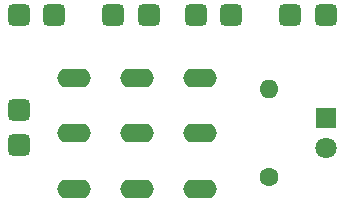
<source format=gbr>
%TF.GenerationSoftware,KiCad,Pcbnew,8.0.0*%
%TF.CreationDate,2024-05-19T22:30:33-07:00*%
%TF.ProjectId,3DPT-breakout-v2,33445054-2d62-4726-9561-6b6f75742d76,rev?*%
%TF.SameCoordinates,Original*%
%TF.FileFunction,Soldermask,Bot*%
%TF.FilePolarity,Negative*%
%FSLAX46Y46*%
G04 Gerber Fmt 4.6, Leading zero omitted, Abs format (unit mm)*
G04 Created by KiCad (PCBNEW 8.0.0) date 2024-05-19 22:30:33*
%MOMM*%
%LPD*%
G01*
G04 APERTURE LIST*
G04 Aperture macros list*
%AMRoundRect*
0 Rectangle with rounded corners*
0 $1 Rounding radius*
0 $2 $3 $4 $5 $6 $7 $8 $9 X,Y pos of 4 corners*
0 Add a 4 corners polygon primitive as box body*
4,1,4,$2,$3,$4,$5,$6,$7,$8,$9,$2,$3,0*
0 Add four circle primitives for the rounded corners*
1,1,$1+$1,$2,$3*
1,1,$1+$1,$4,$5*
1,1,$1+$1,$6,$7*
1,1,$1+$1,$8,$9*
0 Add four rect primitives between the rounded corners*
20,1,$1+$1,$2,$3,$4,$5,0*
20,1,$1+$1,$4,$5,$6,$7,0*
20,1,$1+$1,$6,$7,$8,$9,0*
20,1,$1+$1,$8,$9,$2,$3,0*%
G04 Aperture macros list end*
%ADD10O,2.850000X1.600000*%
%ADD11RoundRect,0.300000X-0.600000X-0.600000X0.600000X-0.600000X0.600000X0.600000X-0.600000X0.600000X0*%
%ADD12O,1.600000X1.600000*%
%ADD13C,1.600000*%
%ADD14RoundRect,0.300000X0.600000X-0.600000X0.600000X0.600000X-0.600000X0.600000X-0.600000X-0.600000X0*%
%ADD15R,1.800000X1.800000*%
%ADD16C,1.800000*%
G04 APERTURE END LIST*
D10*
%TO.C,SW1*%
X105300000Y-104700000D03*
X105300000Y-100000000D03*
X105300000Y-95300000D03*
X100000000Y-104700000D03*
X100000000Y-100000000D03*
X100000000Y-95300000D03*
X94700000Y-104700000D03*
X94700000Y-100000000D03*
X94700000Y-95300000D03*
%TD*%
D11*
%TO.C,P10*%
X108000000Y-90000000D03*
%TD*%
D12*
%TO.C,R1*%
X111200000Y-96250000D03*
D13*
X111200000Y-103750000D03*
%TD*%
D11*
%TO.C,P9*%
X113000000Y-90000000D03*
%TD*%
D14*
%TO.C,P8*%
X90000000Y-98000000D03*
%TD*%
D11*
%TO.C,P7*%
X105000000Y-90000000D03*
%TD*%
%TO.C,P6*%
X98000000Y-90000000D03*
%TD*%
%TO.C,P5*%
X90000000Y-90000000D03*
%TD*%
D14*
%TO.C,P4*%
X90000000Y-101000000D03*
%TD*%
D11*
%TO.C,P3*%
X101000000Y-90000000D03*
%TD*%
%TO.C,P2*%
X93000000Y-90000000D03*
%TD*%
%TO.C,P1*%
X116000000Y-90000000D03*
%TD*%
D15*
%TO.C,D1*%
X116000000Y-98725000D03*
D16*
X116000000Y-101265000D03*
%TD*%
M02*

</source>
